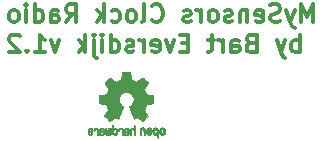
<source format=gbo>
G04 #@! TF.FileFunction,Legend,Bot*
%FSLAX46Y46*%
G04 Gerber Fmt 4.6, Leading zero omitted, Abs format (unit mm)*
G04 Created by KiCad (PCBNEW 4.0.5) date 04/05/17 22:59:05*
%MOMM*%
%LPD*%
G01*
G04 APERTURE LIST*
%ADD10C,0.100000*%
%ADD11C,0.300000*%
%ADD12C,0.010000*%
G04 APERTURE END LIST*
D10*
D11*
X57792057Y-77178371D02*
X57792057Y-75678371D01*
X57292057Y-76749800D01*
X56792057Y-75678371D01*
X56792057Y-77178371D01*
X56220628Y-76178371D02*
X55863485Y-77178371D01*
X55506343Y-76178371D02*
X55863485Y-77178371D01*
X56006343Y-77535514D01*
X56077771Y-77606943D01*
X56220628Y-77678371D01*
X55006343Y-77106943D02*
X54792057Y-77178371D01*
X54434914Y-77178371D01*
X54292057Y-77106943D01*
X54220628Y-77035514D01*
X54149200Y-76892657D01*
X54149200Y-76749800D01*
X54220628Y-76606943D01*
X54292057Y-76535514D01*
X54434914Y-76464086D01*
X54720628Y-76392657D01*
X54863486Y-76321229D01*
X54934914Y-76249800D01*
X55006343Y-76106943D01*
X55006343Y-75964086D01*
X54934914Y-75821229D01*
X54863486Y-75749800D01*
X54720628Y-75678371D01*
X54363486Y-75678371D01*
X54149200Y-75749800D01*
X52934915Y-77106943D02*
X53077772Y-77178371D01*
X53363486Y-77178371D01*
X53506343Y-77106943D01*
X53577772Y-76964086D01*
X53577772Y-76392657D01*
X53506343Y-76249800D01*
X53363486Y-76178371D01*
X53077772Y-76178371D01*
X52934915Y-76249800D01*
X52863486Y-76392657D01*
X52863486Y-76535514D01*
X53577772Y-76678371D01*
X52220629Y-76178371D02*
X52220629Y-77178371D01*
X52220629Y-76321229D02*
X52149201Y-76249800D01*
X52006343Y-76178371D01*
X51792058Y-76178371D01*
X51649201Y-76249800D01*
X51577772Y-76392657D01*
X51577772Y-77178371D01*
X50934915Y-77106943D02*
X50792058Y-77178371D01*
X50506343Y-77178371D01*
X50363486Y-77106943D01*
X50292058Y-76964086D01*
X50292058Y-76892657D01*
X50363486Y-76749800D01*
X50506343Y-76678371D01*
X50720629Y-76678371D01*
X50863486Y-76606943D01*
X50934915Y-76464086D01*
X50934915Y-76392657D01*
X50863486Y-76249800D01*
X50720629Y-76178371D01*
X50506343Y-76178371D01*
X50363486Y-76249800D01*
X49434914Y-77178371D02*
X49577772Y-77106943D01*
X49649200Y-77035514D01*
X49720629Y-76892657D01*
X49720629Y-76464086D01*
X49649200Y-76321229D01*
X49577772Y-76249800D01*
X49434914Y-76178371D01*
X49220629Y-76178371D01*
X49077772Y-76249800D01*
X49006343Y-76321229D01*
X48934914Y-76464086D01*
X48934914Y-76892657D01*
X49006343Y-77035514D01*
X49077772Y-77106943D01*
X49220629Y-77178371D01*
X49434914Y-77178371D01*
X48292057Y-77178371D02*
X48292057Y-76178371D01*
X48292057Y-76464086D02*
X48220629Y-76321229D01*
X48149200Y-76249800D01*
X48006343Y-76178371D01*
X47863486Y-76178371D01*
X47434915Y-77106943D02*
X47292058Y-77178371D01*
X47006343Y-77178371D01*
X46863486Y-77106943D01*
X46792058Y-76964086D01*
X46792058Y-76892657D01*
X46863486Y-76749800D01*
X47006343Y-76678371D01*
X47220629Y-76678371D01*
X47363486Y-76606943D01*
X47434915Y-76464086D01*
X47434915Y-76392657D01*
X47363486Y-76249800D01*
X47220629Y-76178371D01*
X47006343Y-76178371D01*
X46863486Y-76249800D01*
X44149200Y-77035514D02*
X44220629Y-77106943D01*
X44434915Y-77178371D01*
X44577772Y-77178371D01*
X44792057Y-77106943D01*
X44934915Y-76964086D01*
X45006343Y-76821229D01*
X45077772Y-76535514D01*
X45077772Y-76321229D01*
X45006343Y-76035514D01*
X44934915Y-75892657D01*
X44792057Y-75749800D01*
X44577772Y-75678371D01*
X44434915Y-75678371D01*
X44220629Y-75749800D01*
X44149200Y-75821229D01*
X43292057Y-77178371D02*
X43434915Y-77106943D01*
X43506343Y-76964086D01*
X43506343Y-75678371D01*
X42506343Y-77178371D02*
X42649201Y-77106943D01*
X42720629Y-77035514D01*
X42792058Y-76892657D01*
X42792058Y-76464086D01*
X42720629Y-76321229D01*
X42649201Y-76249800D01*
X42506343Y-76178371D01*
X42292058Y-76178371D01*
X42149201Y-76249800D01*
X42077772Y-76321229D01*
X42006343Y-76464086D01*
X42006343Y-76892657D01*
X42077772Y-77035514D01*
X42149201Y-77106943D01*
X42292058Y-77178371D01*
X42506343Y-77178371D01*
X40720629Y-77106943D02*
X40863486Y-77178371D01*
X41149200Y-77178371D01*
X41292058Y-77106943D01*
X41363486Y-77035514D01*
X41434915Y-76892657D01*
X41434915Y-76464086D01*
X41363486Y-76321229D01*
X41292058Y-76249800D01*
X41149200Y-76178371D01*
X40863486Y-76178371D01*
X40720629Y-76249800D01*
X40077772Y-77178371D02*
X40077772Y-75678371D01*
X39934915Y-76606943D02*
X39506344Y-77178371D01*
X39506344Y-76178371D02*
X40077772Y-76749800D01*
X36863486Y-77178371D02*
X37363486Y-76464086D01*
X37720629Y-77178371D02*
X37720629Y-75678371D01*
X37149201Y-75678371D01*
X37006343Y-75749800D01*
X36934915Y-75821229D01*
X36863486Y-75964086D01*
X36863486Y-76178371D01*
X36934915Y-76321229D01*
X37006343Y-76392657D01*
X37149201Y-76464086D01*
X37720629Y-76464086D01*
X35577772Y-77178371D02*
X35577772Y-76392657D01*
X35649201Y-76249800D01*
X35792058Y-76178371D01*
X36077772Y-76178371D01*
X36220629Y-76249800D01*
X35577772Y-77106943D02*
X35720629Y-77178371D01*
X36077772Y-77178371D01*
X36220629Y-77106943D01*
X36292058Y-76964086D01*
X36292058Y-76821229D01*
X36220629Y-76678371D01*
X36077772Y-76606943D01*
X35720629Y-76606943D01*
X35577772Y-76535514D01*
X34220629Y-77178371D02*
X34220629Y-75678371D01*
X34220629Y-77106943D02*
X34363486Y-77178371D01*
X34649200Y-77178371D01*
X34792058Y-77106943D01*
X34863486Y-77035514D01*
X34934915Y-76892657D01*
X34934915Y-76464086D01*
X34863486Y-76321229D01*
X34792058Y-76249800D01*
X34649200Y-76178371D01*
X34363486Y-76178371D01*
X34220629Y-76249800D01*
X33506343Y-77178371D02*
X33506343Y-76178371D01*
X33506343Y-75678371D02*
X33577772Y-75749800D01*
X33506343Y-75821229D01*
X33434915Y-75749800D01*
X33506343Y-75678371D01*
X33506343Y-75821229D01*
X32577771Y-77178371D02*
X32720629Y-77106943D01*
X32792057Y-77035514D01*
X32863486Y-76892657D01*
X32863486Y-76464086D01*
X32792057Y-76321229D01*
X32720629Y-76249800D01*
X32577771Y-76178371D01*
X32363486Y-76178371D01*
X32220629Y-76249800D01*
X32149200Y-76321229D01*
X32077771Y-76464086D01*
X32077771Y-76892657D01*
X32149200Y-77035514D01*
X32220629Y-77106943D01*
X32363486Y-77178371D01*
X32577771Y-77178371D01*
X56649199Y-79728371D02*
X56649199Y-78228371D01*
X56649199Y-78799800D02*
X56506342Y-78728371D01*
X56220628Y-78728371D01*
X56077771Y-78799800D01*
X56006342Y-78871229D01*
X55934913Y-79014086D01*
X55934913Y-79442657D01*
X56006342Y-79585514D01*
X56077771Y-79656943D01*
X56220628Y-79728371D01*
X56506342Y-79728371D01*
X56649199Y-79656943D01*
X55434913Y-78728371D02*
X55077770Y-79728371D01*
X54720628Y-78728371D02*
X55077770Y-79728371D01*
X55220628Y-80085514D01*
X55292056Y-80156943D01*
X55434913Y-80228371D01*
X52506342Y-78942657D02*
X52292056Y-79014086D01*
X52220628Y-79085514D01*
X52149199Y-79228371D01*
X52149199Y-79442657D01*
X52220628Y-79585514D01*
X52292056Y-79656943D01*
X52434914Y-79728371D01*
X53006342Y-79728371D01*
X53006342Y-78228371D01*
X52506342Y-78228371D01*
X52363485Y-78299800D01*
X52292056Y-78371229D01*
X52220628Y-78514086D01*
X52220628Y-78656943D01*
X52292056Y-78799800D01*
X52363485Y-78871229D01*
X52506342Y-78942657D01*
X53006342Y-78942657D01*
X50863485Y-79728371D02*
X50863485Y-78942657D01*
X50934914Y-78799800D01*
X51077771Y-78728371D01*
X51363485Y-78728371D01*
X51506342Y-78799800D01*
X50863485Y-79656943D02*
X51006342Y-79728371D01*
X51363485Y-79728371D01*
X51506342Y-79656943D01*
X51577771Y-79514086D01*
X51577771Y-79371229D01*
X51506342Y-79228371D01*
X51363485Y-79156943D01*
X51006342Y-79156943D01*
X50863485Y-79085514D01*
X50149199Y-79728371D02*
X50149199Y-78728371D01*
X50149199Y-79014086D02*
X50077771Y-78871229D01*
X50006342Y-78799800D01*
X49863485Y-78728371D01*
X49720628Y-78728371D01*
X49434914Y-78728371D02*
X48863485Y-78728371D01*
X49220628Y-78228371D02*
X49220628Y-79514086D01*
X49149200Y-79656943D01*
X49006342Y-79728371D01*
X48863485Y-79728371D01*
X47220628Y-78942657D02*
X46720628Y-78942657D01*
X46506342Y-79728371D02*
X47220628Y-79728371D01*
X47220628Y-78228371D01*
X46506342Y-78228371D01*
X46006342Y-78728371D02*
X45649199Y-79728371D01*
X45292057Y-78728371D01*
X44149200Y-79656943D02*
X44292057Y-79728371D01*
X44577771Y-79728371D01*
X44720628Y-79656943D01*
X44792057Y-79514086D01*
X44792057Y-78942657D01*
X44720628Y-78799800D01*
X44577771Y-78728371D01*
X44292057Y-78728371D01*
X44149200Y-78799800D01*
X44077771Y-78942657D01*
X44077771Y-79085514D01*
X44792057Y-79228371D01*
X43434914Y-79728371D02*
X43434914Y-78728371D01*
X43434914Y-79014086D02*
X43363486Y-78871229D01*
X43292057Y-78799800D01*
X43149200Y-78728371D01*
X43006343Y-78728371D01*
X42577772Y-79656943D02*
X42434915Y-79728371D01*
X42149200Y-79728371D01*
X42006343Y-79656943D01*
X41934915Y-79514086D01*
X41934915Y-79442657D01*
X42006343Y-79299800D01*
X42149200Y-79228371D01*
X42363486Y-79228371D01*
X42506343Y-79156943D01*
X42577772Y-79014086D01*
X42577772Y-78942657D01*
X42506343Y-78799800D01*
X42363486Y-78728371D01*
X42149200Y-78728371D01*
X42006343Y-78799800D01*
X40649200Y-79728371D02*
X40649200Y-78228371D01*
X40649200Y-79656943D02*
X40792057Y-79728371D01*
X41077771Y-79728371D01*
X41220629Y-79656943D01*
X41292057Y-79585514D01*
X41363486Y-79442657D01*
X41363486Y-79014086D01*
X41292057Y-78871229D01*
X41220629Y-78799800D01*
X41077771Y-78728371D01*
X40792057Y-78728371D01*
X40649200Y-78799800D01*
X39934914Y-79728371D02*
X39934914Y-78728371D01*
X39934914Y-78228371D02*
X40006343Y-78299800D01*
X39934914Y-78371229D01*
X39863486Y-78299800D01*
X39934914Y-78228371D01*
X39934914Y-78371229D01*
X39220628Y-78728371D02*
X39220628Y-80014086D01*
X39292057Y-80156943D01*
X39434914Y-80228371D01*
X39506342Y-80228371D01*
X39220628Y-78228371D02*
X39292057Y-78299800D01*
X39220628Y-78371229D01*
X39149200Y-78299800D01*
X39220628Y-78228371D01*
X39220628Y-78371229D01*
X38506342Y-79728371D02*
X38506342Y-78228371D01*
X38363485Y-79156943D02*
X37934914Y-79728371D01*
X37934914Y-78728371D02*
X38506342Y-79299800D01*
X36292056Y-78728371D02*
X35934913Y-79728371D01*
X35577771Y-78728371D01*
X34220628Y-79728371D02*
X35077771Y-79728371D01*
X34649199Y-79728371D02*
X34649199Y-78228371D01*
X34792056Y-78442657D01*
X34934914Y-78585514D01*
X35077771Y-78656943D01*
X33577771Y-79585514D02*
X33506343Y-79656943D01*
X33577771Y-79728371D01*
X33649200Y-79656943D01*
X33577771Y-79585514D01*
X33577771Y-79728371D01*
X32934914Y-78371229D02*
X32863485Y-78299800D01*
X32720628Y-78228371D01*
X32363485Y-78228371D01*
X32220628Y-78299800D01*
X32149199Y-78371229D01*
X32077771Y-78514086D01*
X32077771Y-78656943D01*
X32149199Y-78871229D01*
X33006342Y-79728371D01*
X32077771Y-79728371D01*
D12*
G36*
X44361056Y-86095518D02*
X44305599Y-86123168D01*
X44256652Y-86174080D01*
X44243171Y-86192938D01*
X44228486Y-86217615D01*
X44218958Y-86244416D01*
X44213507Y-86280187D01*
X44211053Y-86331769D01*
X44210514Y-86399867D01*
X44212948Y-86493188D01*
X44221406Y-86563257D01*
X44237626Y-86615531D01*
X44263346Y-86655469D01*
X44300303Y-86688529D01*
X44303018Y-86690486D01*
X44339440Y-86710508D01*
X44383298Y-86720415D01*
X44439076Y-86722857D01*
X44529752Y-86722857D01*
X44529790Y-86810883D01*
X44530634Y-86859908D01*
X44535776Y-86888665D01*
X44549213Y-86905911D01*
X44574942Y-86920408D01*
X44581121Y-86923369D01*
X44610036Y-86937248D01*
X44632424Y-86946014D01*
X44649071Y-86946771D01*
X44660764Y-86936623D01*
X44668290Y-86912673D01*
X44672434Y-86872026D01*
X44673985Y-86811786D01*
X44673729Y-86729055D01*
X44672451Y-86620939D01*
X44672052Y-86588600D01*
X44670615Y-86477124D01*
X44669328Y-86404203D01*
X44529829Y-86404203D01*
X44529045Y-86466099D01*
X44525560Y-86506597D01*
X44517676Y-86533308D01*
X44503695Y-86553844D01*
X44494203Y-86563860D01*
X44455396Y-86593167D01*
X44421037Y-86595552D01*
X44385584Y-86571350D01*
X44384686Y-86570457D01*
X44370261Y-86551753D01*
X44361487Y-86526332D01*
X44357061Y-86487184D01*
X44355682Y-86427297D01*
X44355657Y-86414030D01*
X44358988Y-86331501D01*
X44369831Y-86274291D01*
X44389460Y-86239366D01*
X44419150Y-86223694D01*
X44436309Y-86222114D01*
X44477034Y-86229526D01*
X44504968Y-86253930D01*
X44521783Y-86298580D01*
X44529150Y-86366730D01*
X44529829Y-86404203D01*
X44669328Y-86404203D01*
X44669092Y-86390845D01*
X44667123Y-86325933D01*
X44664350Y-86278558D01*
X44660412Y-86244890D01*
X44654951Y-86221098D01*
X44647608Y-86203353D01*
X44638023Y-86187824D01*
X44633913Y-86181981D01*
X44579395Y-86126785D01*
X44510464Y-86095490D01*
X44430728Y-86086765D01*
X44361056Y-86095518D01*
X44361056Y-86095518D01*
G37*
X44361056Y-86095518D02*
X44305599Y-86123168D01*
X44256652Y-86174080D01*
X44243171Y-86192938D01*
X44228486Y-86217615D01*
X44218958Y-86244416D01*
X44213507Y-86280187D01*
X44211053Y-86331769D01*
X44210514Y-86399867D01*
X44212948Y-86493188D01*
X44221406Y-86563257D01*
X44237626Y-86615531D01*
X44263346Y-86655469D01*
X44300303Y-86688529D01*
X44303018Y-86690486D01*
X44339440Y-86710508D01*
X44383298Y-86720415D01*
X44439076Y-86722857D01*
X44529752Y-86722857D01*
X44529790Y-86810883D01*
X44530634Y-86859908D01*
X44535776Y-86888665D01*
X44549213Y-86905911D01*
X44574942Y-86920408D01*
X44581121Y-86923369D01*
X44610036Y-86937248D01*
X44632424Y-86946014D01*
X44649071Y-86946771D01*
X44660764Y-86936623D01*
X44668290Y-86912673D01*
X44672434Y-86872026D01*
X44673985Y-86811786D01*
X44673729Y-86729055D01*
X44672451Y-86620939D01*
X44672052Y-86588600D01*
X44670615Y-86477124D01*
X44669328Y-86404203D01*
X44529829Y-86404203D01*
X44529045Y-86466099D01*
X44525560Y-86506597D01*
X44517676Y-86533308D01*
X44503695Y-86553844D01*
X44494203Y-86563860D01*
X44455396Y-86593167D01*
X44421037Y-86595552D01*
X44385584Y-86571350D01*
X44384686Y-86570457D01*
X44370261Y-86551753D01*
X44361487Y-86526332D01*
X44357061Y-86487184D01*
X44355682Y-86427297D01*
X44355657Y-86414030D01*
X44358988Y-86331501D01*
X44369831Y-86274291D01*
X44389460Y-86239366D01*
X44419150Y-86223694D01*
X44436309Y-86222114D01*
X44477034Y-86229526D01*
X44504968Y-86253930D01*
X44521783Y-86298580D01*
X44529150Y-86366730D01*
X44529829Y-86404203D01*
X44669328Y-86404203D01*
X44669092Y-86390845D01*
X44667123Y-86325933D01*
X44664350Y-86278558D01*
X44660412Y-86244890D01*
X44654951Y-86221098D01*
X44647608Y-86203353D01*
X44638023Y-86187824D01*
X44633913Y-86181981D01*
X44579395Y-86126785D01*
X44510464Y-86095490D01*
X44430728Y-86086765D01*
X44361056Y-86095518D01*
G36*
X43244707Y-86103380D02*
X43198128Y-86130323D01*
X43165743Y-86157066D01*
X43142058Y-86185084D01*
X43125741Y-86219348D01*
X43115461Y-86264827D01*
X43109886Y-86326492D01*
X43107684Y-86409311D01*
X43107429Y-86468846D01*
X43107429Y-86687991D01*
X43169114Y-86715644D01*
X43230800Y-86743297D01*
X43238057Y-86503270D01*
X43241056Y-86413628D01*
X43244202Y-86348562D01*
X43248099Y-86303626D01*
X43253353Y-86274370D01*
X43260569Y-86256348D01*
X43270350Y-86245111D01*
X43273488Y-86242679D01*
X43321039Y-86223683D01*
X43369103Y-86231200D01*
X43397714Y-86251143D01*
X43409353Y-86265275D01*
X43417409Y-86283820D01*
X43422529Y-86311934D01*
X43425359Y-86354773D01*
X43426544Y-86417495D01*
X43426743Y-86482861D01*
X43426782Y-86564868D01*
X43428186Y-86622916D01*
X43432886Y-86662065D01*
X43442813Y-86687380D01*
X43459897Y-86703923D01*
X43486068Y-86716756D01*
X43521025Y-86730091D01*
X43559204Y-86744607D01*
X43554659Y-86486989D01*
X43552829Y-86394119D01*
X43550688Y-86325489D01*
X43547619Y-86276311D01*
X43543006Y-86241798D01*
X43536232Y-86217162D01*
X43526681Y-86197616D01*
X43515166Y-86180370D01*
X43459610Y-86125280D01*
X43391820Y-86093422D01*
X43318087Y-86085791D01*
X43244707Y-86103380D01*
X43244707Y-86103380D01*
G37*
X43244707Y-86103380D02*
X43198128Y-86130323D01*
X43165743Y-86157066D01*
X43142058Y-86185084D01*
X43125741Y-86219348D01*
X43115461Y-86264827D01*
X43109886Y-86326492D01*
X43107684Y-86409311D01*
X43107429Y-86468846D01*
X43107429Y-86687991D01*
X43169114Y-86715644D01*
X43230800Y-86743297D01*
X43238057Y-86503270D01*
X43241056Y-86413628D01*
X43244202Y-86348562D01*
X43248099Y-86303626D01*
X43253353Y-86274370D01*
X43260569Y-86256348D01*
X43270350Y-86245111D01*
X43273488Y-86242679D01*
X43321039Y-86223683D01*
X43369103Y-86231200D01*
X43397714Y-86251143D01*
X43409353Y-86265275D01*
X43417409Y-86283820D01*
X43422529Y-86311934D01*
X43425359Y-86354773D01*
X43426544Y-86417495D01*
X43426743Y-86482861D01*
X43426782Y-86564868D01*
X43428186Y-86622916D01*
X43432886Y-86662065D01*
X43442813Y-86687380D01*
X43459897Y-86703923D01*
X43486068Y-86716756D01*
X43521025Y-86730091D01*
X43559204Y-86744607D01*
X43554659Y-86486989D01*
X43552829Y-86394119D01*
X43550688Y-86325489D01*
X43547619Y-86276311D01*
X43543006Y-86241798D01*
X43536232Y-86217162D01*
X43526681Y-86197616D01*
X43515166Y-86180370D01*
X43459610Y-86125280D01*
X43391820Y-86093422D01*
X43318087Y-86085791D01*
X43244707Y-86103380D01*
G36*
X44919685Y-86097562D02*
X44851655Y-86133333D01*
X44801449Y-86190901D01*
X44783615Y-86227912D01*
X44769737Y-86283482D01*
X44762633Y-86353696D01*
X44761960Y-86430327D01*
X44767373Y-86505152D01*
X44778530Y-86569942D01*
X44795086Y-86616473D01*
X44800174Y-86624487D01*
X44860445Y-86684307D01*
X44932031Y-86720135D01*
X45009708Y-86730620D01*
X45088252Y-86714410D01*
X45110111Y-86704692D01*
X45152678Y-86674743D01*
X45190037Y-86635033D01*
X45193568Y-86629997D01*
X45207919Y-86605724D01*
X45217406Y-86579778D01*
X45223010Y-86545622D01*
X45225714Y-86496719D01*
X45226501Y-86426535D01*
X45226514Y-86410800D01*
X45226478Y-86405792D01*
X45081371Y-86405792D01*
X45080527Y-86472030D01*
X45077204Y-86515986D01*
X45070217Y-86544379D01*
X45058384Y-86563925D01*
X45052343Y-86570457D01*
X45017614Y-86595280D01*
X44983897Y-86594148D01*
X44949805Y-86572616D01*
X44929471Y-86549629D01*
X44917429Y-86516078D01*
X44910666Y-86463169D01*
X44910202Y-86456999D01*
X44909048Y-86361113D01*
X44921112Y-86289899D01*
X44946230Y-86243794D01*
X44984240Y-86223235D01*
X44997808Y-86222114D01*
X45033436Y-86227752D01*
X45057806Y-86247286D01*
X45072707Y-86284642D01*
X45079925Y-86343750D01*
X45081371Y-86405792D01*
X45226478Y-86405792D01*
X45225974Y-86336013D01*
X45223704Y-86283759D01*
X45218732Y-86247549D01*
X45210087Y-86220899D01*
X45196795Y-86197322D01*
X45193857Y-86192938D01*
X45144487Y-86133849D01*
X45090691Y-86099547D01*
X45025198Y-86085931D01*
X45002958Y-86085265D01*
X44919685Y-86097562D01*
X44919685Y-86097562D01*
G37*
X44919685Y-86097562D02*
X44851655Y-86133333D01*
X44801449Y-86190901D01*
X44783615Y-86227912D01*
X44769737Y-86283482D01*
X44762633Y-86353696D01*
X44761960Y-86430327D01*
X44767373Y-86505152D01*
X44778530Y-86569942D01*
X44795086Y-86616473D01*
X44800174Y-86624487D01*
X44860445Y-86684307D01*
X44932031Y-86720135D01*
X45009708Y-86730620D01*
X45088252Y-86714410D01*
X45110111Y-86704692D01*
X45152678Y-86674743D01*
X45190037Y-86635033D01*
X45193568Y-86629997D01*
X45207919Y-86605724D01*
X45217406Y-86579778D01*
X45223010Y-86545622D01*
X45225714Y-86496719D01*
X45226501Y-86426535D01*
X45226514Y-86410800D01*
X45226478Y-86405792D01*
X45081371Y-86405792D01*
X45080527Y-86472030D01*
X45077204Y-86515986D01*
X45070217Y-86544379D01*
X45058384Y-86563925D01*
X45052343Y-86570457D01*
X45017614Y-86595280D01*
X44983897Y-86594148D01*
X44949805Y-86572616D01*
X44929471Y-86549629D01*
X44917429Y-86516078D01*
X44910666Y-86463169D01*
X44910202Y-86456999D01*
X44909048Y-86361113D01*
X44921112Y-86289899D01*
X44946230Y-86243794D01*
X44984240Y-86223235D01*
X44997808Y-86222114D01*
X45033436Y-86227752D01*
X45057806Y-86247286D01*
X45072707Y-86284642D01*
X45079925Y-86343750D01*
X45081371Y-86405792D01*
X45226478Y-86405792D01*
X45225974Y-86336013D01*
X45223704Y-86283759D01*
X45218732Y-86247549D01*
X45210087Y-86220899D01*
X45196795Y-86197322D01*
X45193857Y-86192938D01*
X45144487Y-86133849D01*
X45090691Y-86099547D01*
X45025198Y-86085931D01*
X45002958Y-86085265D01*
X44919685Y-86097562D01*
G36*
X43792497Y-86106839D02*
X43735273Y-86145335D01*
X43691051Y-86200935D01*
X43664633Y-86271686D01*
X43659290Y-86323762D01*
X43659897Y-86345493D01*
X43664978Y-86362131D01*
X43678945Y-86377037D01*
X43706211Y-86393573D01*
X43751188Y-86415098D01*
X43818289Y-86444974D01*
X43818629Y-86445124D01*
X43880393Y-86473413D01*
X43931041Y-86498533D01*
X43965396Y-86517779D01*
X43978282Y-86528448D01*
X43978286Y-86528534D01*
X43966928Y-86551766D01*
X43940369Y-86577374D01*
X43909877Y-86595821D01*
X43894430Y-86599486D01*
X43852285Y-86586812D01*
X43815992Y-86555071D01*
X43798283Y-86520172D01*
X43781248Y-86494445D01*
X43747878Y-86465146D01*
X43708651Y-86439835D01*
X43674044Y-86426071D01*
X43666807Y-86425314D01*
X43658661Y-86437760D01*
X43658170Y-86469572D01*
X43664157Y-86512466D01*
X43675443Y-86558158D01*
X43690850Y-86598361D01*
X43691629Y-86599922D01*
X43737996Y-86664662D01*
X43798089Y-86708697D01*
X43866335Y-86730311D01*
X43937162Y-86727785D01*
X44004996Y-86699404D01*
X44008012Y-86697408D01*
X44061373Y-86649048D01*
X44096460Y-86585952D01*
X44115878Y-86502987D01*
X44118484Y-86479678D01*
X44123099Y-86369655D01*
X44117567Y-86318348D01*
X43978286Y-86318348D01*
X43976476Y-86350353D01*
X43966578Y-86359693D01*
X43941902Y-86352705D01*
X43903005Y-86336187D01*
X43859525Y-86315481D01*
X43858444Y-86314933D01*
X43821591Y-86295549D01*
X43806800Y-86282613D01*
X43810447Y-86269051D01*
X43825805Y-86251232D01*
X43864877Y-86225445D01*
X43906954Y-86223550D01*
X43944697Y-86242317D01*
X43970766Y-86278515D01*
X43978286Y-86318348D01*
X44117567Y-86318348D01*
X44113606Y-86281627D01*
X44089250Y-86211812D01*
X44055344Y-86162902D01*
X43994147Y-86113478D01*
X43926737Y-86088959D01*
X43857920Y-86087397D01*
X43792497Y-86106839D01*
X43792497Y-86106839D01*
G37*
X43792497Y-86106839D02*
X43735273Y-86145335D01*
X43691051Y-86200935D01*
X43664633Y-86271686D01*
X43659290Y-86323762D01*
X43659897Y-86345493D01*
X43664978Y-86362131D01*
X43678945Y-86377037D01*
X43706211Y-86393573D01*
X43751188Y-86415098D01*
X43818289Y-86444974D01*
X43818629Y-86445124D01*
X43880393Y-86473413D01*
X43931041Y-86498533D01*
X43965396Y-86517779D01*
X43978282Y-86528448D01*
X43978286Y-86528534D01*
X43966928Y-86551766D01*
X43940369Y-86577374D01*
X43909877Y-86595821D01*
X43894430Y-86599486D01*
X43852285Y-86586812D01*
X43815992Y-86555071D01*
X43798283Y-86520172D01*
X43781248Y-86494445D01*
X43747878Y-86465146D01*
X43708651Y-86439835D01*
X43674044Y-86426071D01*
X43666807Y-86425314D01*
X43658661Y-86437760D01*
X43658170Y-86469572D01*
X43664157Y-86512466D01*
X43675443Y-86558158D01*
X43690850Y-86598361D01*
X43691629Y-86599922D01*
X43737996Y-86664662D01*
X43798089Y-86708697D01*
X43866335Y-86730311D01*
X43937162Y-86727785D01*
X44004996Y-86699404D01*
X44008012Y-86697408D01*
X44061373Y-86649048D01*
X44096460Y-86585952D01*
X44115878Y-86502987D01*
X44118484Y-86479678D01*
X44123099Y-86369655D01*
X44117567Y-86318348D01*
X43978286Y-86318348D01*
X43976476Y-86350353D01*
X43966578Y-86359693D01*
X43941902Y-86352705D01*
X43903005Y-86336187D01*
X43859525Y-86315481D01*
X43858444Y-86314933D01*
X43821591Y-86295549D01*
X43806800Y-86282613D01*
X43810447Y-86269051D01*
X43825805Y-86251232D01*
X43864877Y-86225445D01*
X43906954Y-86223550D01*
X43944697Y-86242317D01*
X43970766Y-86278515D01*
X43978286Y-86318348D01*
X44117567Y-86318348D01*
X44113606Y-86281627D01*
X44089250Y-86211812D01*
X44055344Y-86162902D01*
X43994147Y-86113478D01*
X43926737Y-86088959D01*
X43857920Y-86087397D01*
X43792497Y-86106839D01*
G36*
X42584914Y-86026889D02*
X42580661Y-86086213D01*
X42575775Y-86121172D01*
X42569005Y-86136420D01*
X42559098Y-86136615D01*
X42555886Y-86134795D01*
X42513156Y-86121615D01*
X42457573Y-86122385D01*
X42401063Y-86135933D01*
X42365718Y-86153461D01*
X42329479Y-86181461D01*
X42302987Y-86213149D01*
X42284801Y-86253413D01*
X42273478Y-86307143D01*
X42267578Y-86379226D01*
X42265657Y-86474551D01*
X42265623Y-86492837D01*
X42265600Y-86698246D01*
X42311309Y-86714180D01*
X42343773Y-86725020D01*
X42361585Y-86730068D01*
X42362109Y-86730114D01*
X42363863Y-86716428D01*
X42365356Y-86678676D01*
X42366474Y-86621824D01*
X42367103Y-86550834D01*
X42367200Y-86507673D01*
X42367402Y-86422573D01*
X42368442Y-86361581D01*
X42370969Y-86319777D01*
X42375636Y-86292242D01*
X42383093Y-86274056D01*
X42393989Y-86260298D01*
X42400793Y-86253673D01*
X42447528Y-86226975D01*
X42498528Y-86224975D01*
X42544799Y-86247555D01*
X42553356Y-86255707D01*
X42565907Y-86271036D01*
X42574612Y-86289218D01*
X42580169Y-86315509D01*
X42583274Y-86355162D01*
X42584624Y-86413432D01*
X42584914Y-86493773D01*
X42584914Y-86698246D01*
X42630623Y-86714180D01*
X42663087Y-86725020D01*
X42680899Y-86730068D01*
X42681423Y-86730114D01*
X42682763Y-86716223D01*
X42683972Y-86677039D01*
X42684999Y-86616300D01*
X42685798Y-86537741D01*
X42686319Y-86445098D01*
X42686514Y-86342109D01*
X42686514Y-85944942D01*
X42639343Y-85925044D01*
X42592171Y-85905147D01*
X42584914Y-86026889D01*
X42584914Y-86026889D01*
G37*
X42584914Y-86026889D02*
X42580661Y-86086213D01*
X42575775Y-86121172D01*
X42569005Y-86136420D01*
X42559098Y-86136615D01*
X42555886Y-86134795D01*
X42513156Y-86121615D01*
X42457573Y-86122385D01*
X42401063Y-86135933D01*
X42365718Y-86153461D01*
X42329479Y-86181461D01*
X42302987Y-86213149D01*
X42284801Y-86253413D01*
X42273478Y-86307143D01*
X42267578Y-86379226D01*
X42265657Y-86474551D01*
X42265623Y-86492837D01*
X42265600Y-86698246D01*
X42311309Y-86714180D01*
X42343773Y-86725020D01*
X42361585Y-86730068D01*
X42362109Y-86730114D01*
X42363863Y-86716428D01*
X42365356Y-86678676D01*
X42366474Y-86621824D01*
X42367103Y-86550834D01*
X42367200Y-86507673D01*
X42367402Y-86422573D01*
X42368442Y-86361581D01*
X42370969Y-86319777D01*
X42375636Y-86292242D01*
X42383093Y-86274056D01*
X42393989Y-86260298D01*
X42400793Y-86253673D01*
X42447528Y-86226975D01*
X42498528Y-86224975D01*
X42544799Y-86247555D01*
X42553356Y-86255707D01*
X42565907Y-86271036D01*
X42574612Y-86289218D01*
X42580169Y-86315509D01*
X42583274Y-86355162D01*
X42584624Y-86413432D01*
X42584914Y-86493773D01*
X42584914Y-86698246D01*
X42630623Y-86714180D01*
X42663087Y-86725020D01*
X42680899Y-86730068D01*
X42681423Y-86730114D01*
X42682763Y-86716223D01*
X42683972Y-86677039D01*
X42684999Y-86616300D01*
X42685798Y-86537741D01*
X42686319Y-86445098D01*
X42686514Y-86342109D01*
X42686514Y-85944942D01*
X42639343Y-85925044D01*
X42592171Y-85905147D01*
X42584914Y-86026889D01*
G36*
X41921056Y-86126568D02*
X41864184Y-86147687D01*
X41863533Y-86148093D01*
X41828360Y-86173980D01*
X41802393Y-86204233D01*
X41784130Y-86243658D01*
X41772068Y-86297062D01*
X41764704Y-86369251D01*
X41760536Y-86465032D01*
X41760171Y-86478678D01*
X41754924Y-86684442D01*
X41799084Y-86707278D01*
X41831037Y-86722710D01*
X41850330Y-86730023D01*
X41851222Y-86730114D01*
X41854561Y-86716622D01*
X41857213Y-86680226D01*
X41858844Y-86627052D01*
X41859200Y-86583993D01*
X41859208Y-86514241D01*
X41862397Y-86470437D01*
X41873512Y-86449544D01*
X41897299Y-86448525D01*
X41938504Y-86464341D01*
X42000714Y-86493415D01*
X42046459Y-86517563D01*
X42069987Y-86538513D01*
X42076904Y-86561347D01*
X42076914Y-86562477D01*
X42065501Y-86601812D01*
X42031708Y-86623062D01*
X41979991Y-86626139D01*
X41942739Y-86625606D01*
X41923097Y-86636335D01*
X41910848Y-86662105D01*
X41903798Y-86694937D01*
X41913958Y-86713566D01*
X41917783Y-86716232D01*
X41953799Y-86726940D01*
X42004234Y-86728456D01*
X42056174Y-86721359D01*
X42092978Y-86708388D01*
X42143862Y-86665185D01*
X42172786Y-86605046D01*
X42178514Y-86558062D01*
X42174143Y-86515682D01*
X42158325Y-86481088D01*
X42127003Y-86450363D01*
X42076122Y-86419590D01*
X42001624Y-86384852D01*
X41997086Y-86382888D01*
X41929979Y-86351887D01*
X41888568Y-86326462D01*
X41870819Y-86303614D01*
X41874693Y-86280345D01*
X41898157Y-86253656D01*
X41905173Y-86247514D01*
X41952170Y-86223700D01*
X42000867Y-86224703D01*
X42043278Y-86248051D01*
X42071416Y-86291275D01*
X42074031Y-86299760D01*
X42099492Y-86340908D01*
X42131799Y-86360728D01*
X42178514Y-86380370D01*
X42178514Y-86329550D01*
X42164304Y-86255682D01*
X42122125Y-86187927D01*
X42100176Y-86165261D01*
X42050283Y-86136169D01*
X41986833Y-86123000D01*
X41921056Y-86126568D01*
X41921056Y-86126568D01*
G37*
X41921056Y-86126568D02*
X41864184Y-86147687D01*
X41863533Y-86148093D01*
X41828360Y-86173980D01*
X41802393Y-86204233D01*
X41784130Y-86243658D01*
X41772068Y-86297062D01*
X41764704Y-86369251D01*
X41760536Y-86465032D01*
X41760171Y-86478678D01*
X41754924Y-86684442D01*
X41799084Y-86707278D01*
X41831037Y-86722710D01*
X41850330Y-86730023D01*
X41851222Y-86730114D01*
X41854561Y-86716622D01*
X41857213Y-86680226D01*
X41858844Y-86627052D01*
X41859200Y-86583993D01*
X41859208Y-86514241D01*
X41862397Y-86470437D01*
X41873512Y-86449544D01*
X41897299Y-86448525D01*
X41938504Y-86464341D01*
X42000714Y-86493415D01*
X42046459Y-86517563D01*
X42069987Y-86538513D01*
X42076904Y-86561347D01*
X42076914Y-86562477D01*
X42065501Y-86601812D01*
X42031708Y-86623062D01*
X41979991Y-86626139D01*
X41942739Y-86625606D01*
X41923097Y-86636335D01*
X41910848Y-86662105D01*
X41903798Y-86694937D01*
X41913958Y-86713566D01*
X41917783Y-86716232D01*
X41953799Y-86726940D01*
X42004234Y-86728456D01*
X42056174Y-86721359D01*
X42092978Y-86708388D01*
X42143862Y-86665185D01*
X42172786Y-86605046D01*
X42178514Y-86558062D01*
X42174143Y-86515682D01*
X42158325Y-86481088D01*
X42127003Y-86450363D01*
X42076122Y-86419590D01*
X42001624Y-86384852D01*
X41997086Y-86382888D01*
X41929979Y-86351887D01*
X41888568Y-86326462D01*
X41870819Y-86303614D01*
X41874693Y-86280345D01*
X41898157Y-86253656D01*
X41905173Y-86247514D01*
X41952170Y-86223700D01*
X42000867Y-86224703D01*
X42043278Y-86248051D01*
X42071416Y-86291275D01*
X42074031Y-86299760D01*
X42099492Y-86340908D01*
X42131799Y-86360728D01*
X42178514Y-86380370D01*
X42178514Y-86329550D01*
X42164304Y-86255682D01*
X42122125Y-86187927D01*
X42100176Y-86165261D01*
X42050283Y-86136169D01*
X41986833Y-86123000D01*
X41921056Y-86126568D01*
G36*
X41430874Y-86125355D02*
X41364942Y-86149684D01*
X41311527Y-86192717D01*
X41290636Y-86223009D01*
X41267861Y-86278594D01*
X41268334Y-86318786D01*
X41292238Y-86345817D01*
X41301083Y-86350413D01*
X41339270Y-86364744D01*
X41358772Y-86361072D01*
X41365378Y-86337007D01*
X41365714Y-86323714D01*
X41377808Y-86274810D01*
X41409329Y-86240599D01*
X41453141Y-86224076D01*
X41502105Y-86228234D01*
X41541906Y-86249827D01*
X41555350Y-86262144D01*
X41564879Y-86277087D01*
X41571315Y-86299675D01*
X41575483Y-86334928D01*
X41578203Y-86387866D01*
X41580298Y-86463507D01*
X41580840Y-86487457D01*
X41582819Y-86569390D01*
X41585069Y-86627055D01*
X41588443Y-86665208D01*
X41593794Y-86688604D01*
X41601976Y-86701998D01*
X41613841Y-86710145D01*
X41621438Y-86713744D01*
X41653698Y-86726052D01*
X41672689Y-86730114D01*
X41678964Y-86716548D01*
X41682794Y-86675534D01*
X41684200Y-86606599D01*
X41683202Y-86509269D01*
X41682892Y-86494257D01*
X41680699Y-86405459D01*
X41678107Y-86340619D01*
X41674418Y-86294667D01*
X41668936Y-86262535D01*
X41660965Y-86239153D01*
X41649807Y-86219452D01*
X41643970Y-86211010D01*
X41610504Y-86173657D01*
X41573073Y-86144603D01*
X41568491Y-86142067D01*
X41501374Y-86122043D01*
X41430874Y-86125355D01*
X41430874Y-86125355D01*
G37*
X41430874Y-86125355D02*
X41364942Y-86149684D01*
X41311527Y-86192717D01*
X41290636Y-86223009D01*
X41267861Y-86278594D01*
X41268334Y-86318786D01*
X41292238Y-86345817D01*
X41301083Y-86350413D01*
X41339270Y-86364744D01*
X41358772Y-86361072D01*
X41365378Y-86337007D01*
X41365714Y-86323714D01*
X41377808Y-86274810D01*
X41409329Y-86240599D01*
X41453141Y-86224076D01*
X41502105Y-86228234D01*
X41541906Y-86249827D01*
X41555350Y-86262144D01*
X41564879Y-86277087D01*
X41571315Y-86299675D01*
X41575483Y-86334928D01*
X41578203Y-86387866D01*
X41580298Y-86463507D01*
X41580840Y-86487457D01*
X41582819Y-86569390D01*
X41585069Y-86627055D01*
X41588443Y-86665208D01*
X41593794Y-86688604D01*
X41601976Y-86701998D01*
X41613841Y-86710145D01*
X41621438Y-86713744D01*
X41653698Y-86726052D01*
X41672689Y-86730114D01*
X41678964Y-86716548D01*
X41682794Y-86675534D01*
X41684200Y-86606599D01*
X41683202Y-86509269D01*
X41682892Y-86494257D01*
X41680699Y-86405459D01*
X41678107Y-86340619D01*
X41674418Y-86294667D01*
X41668936Y-86262535D01*
X41660965Y-86239153D01*
X41649807Y-86219452D01*
X41643970Y-86211010D01*
X41610504Y-86173657D01*
X41573073Y-86144603D01*
X41568491Y-86142067D01*
X41501374Y-86122043D01*
X41430874Y-86125355D01*
G36*
X40770683Y-86240958D02*
X40770867Y-86349437D01*
X40771581Y-86432887D01*
X40773125Y-86495304D01*
X40775799Y-86540685D01*
X40779906Y-86573029D01*
X40785745Y-86596333D01*
X40793618Y-86614595D01*
X40799579Y-86625018D01*
X40848945Y-86681545D01*
X40911536Y-86716977D01*
X40980787Y-86729690D01*
X41050132Y-86718063D01*
X41091425Y-86697168D01*
X41134775Y-86661022D01*
X41164319Y-86616876D01*
X41182145Y-86559062D01*
X41190337Y-86481913D01*
X41191498Y-86425314D01*
X41191342Y-86421247D01*
X41089943Y-86421247D01*
X41089324Y-86486150D01*
X41086486Y-86529114D01*
X41079960Y-86557222D01*
X41068277Y-86577553D01*
X41054317Y-86592888D01*
X41007435Y-86622490D01*
X40957099Y-86625019D01*
X40909524Y-86600305D01*
X40905821Y-86596956D01*
X40890017Y-86579535D01*
X40880107Y-86558809D01*
X40874742Y-86527962D01*
X40872572Y-86480177D01*
X40872229Y-86427348D01*
X40872973Y-86360981D01*
X40876052Y-86316706D01*
X40882739Y-86287609D01*
X40894304Y-86266773D01*
X40903787Y-86255707D01*
X40947840Y-86227798D01*
X40998576Y-86224443D01*
X41047004Y-86245759D01*
X41056350Y-86253673D01*
X41072260Y-86271247D01*
X41082190Y-86292187D01*
X41087522Y-86323382D01*
X41089637Y-86371722D01*
X41089943Y-86421247D01*
X41191342Y-86421247D01*
X41187990Y-86334168D01*
X41176074Y-86265686D01*
X41153665Y-86214200D01*
X41118676Y-86174043D01*
X41091425Y-86153461D01*
X41041893Y-86131225D01*
X40984484Y-86120904D01*
X40931118Y-86123667D01*
X40901257Y-86134812D01*
X40889539Y-86137983D01*
X40881763Y-86126157D01*
X40876335Y-86094466D01*
X40872229Y-86046193D01*
X40867733Y-85992429D01*
X40861487Y-85960082D01*
X40850124Y-85941585D01*
X40830272Y-85929370D01*
X40817800Y-85923962D01*
X40770629Y-85904201D01*
X40770683Y-86240958D01*
X40770683Y-86240958D01*
G37*
X40770683Y-86240958D02*
X40770867Y-86349437D01*
X40771581Y-86432887D01*
X40773125Y-86495304D01*
X40775799Y-86540685D01*
X40779906Y-86573029D01*
X40785745Y-86596333D01*
X40793618Y-86614595D01*
X40799579Y-86625018D01*
X40848945Y-86681545D01*
X40911536Y-86716977D01*
X40980787Y-86729690D01*
X41050132Y-86718063D01*
X41091425Y-86697168D01*
X41134775Y-86661022D01*
X41164319Y-86616876D01*
X41182145Y-86559062D01*
X41190337Y-86481913D01*
X41191498Y-86425314D01*
X41191342Y-86421247D01*
X41089943Y-86421247D01*
X41089324Y-86486150D01*
X41086486Y-86529114D01*
X41079960Y-86557222D01*
X41068277Y-86577553D01*
X41054317Y-86592888D01*
X41007435Y-86622490D01*
X40957099Y-86625019D01*
X40909524Y-86600305D01*
X40905821Y-86596956D01*
X40890017Y-86579535D01*
X40880107Y-86558809D01*
X40874742Y-86527962D01*
X40872572Y-86480177D01*
X40872229Y-86427348D01*
X40872973Y-86360981D01*
X40876052Y-86316706D01*
X40882739Y-86287609D01*
X40894304Y-86266773D01*
X40903787Y-86255707D01*
X40947840Y-86227798D01*
X40998576Y-86224443D01*
X41047004Y-86245759D01*
X41056350Y-86253673D01*
X41072260Y-86271247D01*
X41082190Y-86292187D01*
X41087522Y-86323382D01*
X41089637Y-86371722D01*
X41089943Y-86421247D01*
X41191342Y-86421247D01*
X41187990Y-86334168D01*
X41176074Y-86265686D01*
X41153665Y-86214200D01*
X41118676Y-86174043D01*
X41091425Y-86153461D01*
X41041893Y-86131225D01*
X40984484Y-86120904D01*
X40931118Y-86123667D01*
X40901257Y-86134812D01*
X40889539Y-86137983D01*
X40881763Y-86126157D01*
X40876335Y-86094466D01*
X40872229Y-86046193D01*
X40867733Y-85992429D01*
X40861487Y-85960082D01*
X40850124Y-85941585D01*
X40830272Y-85929370D01*
X40817800Y-85923962D01*
X40770629Y-85904201D01*
X40770683Y-86240958D01*
G36*
X40180967Y-86134263D02*
X40178752Y-86172450D01*
X40177016Y-86230486D01*
X40175901Y-86303780D01*
X40175543Y-86380655D01*
X40175543Y-86640796D01*
X40221474Y-86686727D01*
X40253125Y-86715029D01*
X40280910Y-86726493D01*
X40318885Y-86725768D01*
X40333960Y-86723921D01*
X40381074Y-86718548D01*
X40420044Y-86715469D01*
X40429543Y-86715185D01*
X40461567Y-86717045D01*
X40507368Y-86721714D01*
X40525126Y-86723921D01*
X40568743Y-86727335D01*
X40598055Y-86719920D01*
X40627120Y-86697027D01*
X40637612Y-86686727D01*
X40683543Y-86640796D01*
X40683543Y-86154202D01*
X40646574Y-86137358D01*
X40614741Y-86124882D01*
X40596117Y-86120514D01*
X40591342Y-86134318D01*
X40586879Y-86172886D01*
X40583025Y-86231956D01*
X40580078Y-86307263D01*
X40578657Y-86370886D01*
X40574686Y-86621257D01*
X40540041Y-86626156D01*
X40508532Y-86622731D01*
X40493092Y-86611641D01*
X40488777Y-86590908D01*
X40485092Y-86546745D01*
X40482331Y-86484746D01*
X40480788Y-86410509D01*
X40480565Y-86372306D01*
X40480343Y-86152383D01*
X40434634Y-86136449D01*
X40402282Y-86125615D01*
X40384685Y-86120562D01*
X40384177Y-86120514D01*
X40382412Y-86134248D01*
X40380471Y-86172330D01*
X40378518Y-86230082D01*
X40376716Y-86302827D01*
X40375457Y-86370886D01*
X40371486Y-86621257D01*
X40284400Y-86621257D01*
X40280404Y-86392840D01*
X40276408Y-86164422D01*
X40233953Y-86142468D01*
X40202608Y-86127393D01*
X40184056Y-86120551D01*
X40183521Y-86120514D01*
X40180967Y-86134263D01*
X40180967Y-86134263D01*
G37*
X40180967Y-86134263D02*
X40178752Y-86172450D01*
X40177016Y-86230486D01*
X40175901Y-86303780D01*
X40175543Y-86380655D01*
X40175543Y-86640796D01*
X40221474Y-86686727D01*
X40253125Y-86715029D01*
X40280910Y-86726493D01*
X40318885Y-86725768D01*
X40333960Y-86723921D01*
X40381074Y-86718548D01*
X40420044Y-86715469D01*
X40429543Y-86715185D01*
X40461567Y-86717045D01*
X40507368Y-86721714D01*
X40525126Y-86723921D01*
X40568743Y-86727335D01*
X40598055Y-86719920D01*
X40627120Y-86697027D01*
X40637612Y-86686727D01*
X40683543Y-86640796D01*
X40683543Y-86154202D01*
X40646574Y-86137358D01*
X40614741Y-86124882D01*
X40596117Y-86120514D01*
X40591342Y-86134318D01*
X40586879Y-86172886D01*
X40583025Y-86231956D01*
X40580078Y-86307263D01*
X40578657Y-86370886D01*
X40574686Y-86621257D01*
X40540041Y-86626156D01*
X40508532Y-86622731D01*
X40493092Y-86611641D01*
X40488777Y-86590908D01*
X40485092Y-86546745D01*
X40482331Y-86484746D01*
X40480788Y-86410509D01*
X40480565Y-86372306D01*
X40480343Y-86152383D01*
X40434634Y-86136449D01*
X40402282Y-86125615D01*
X40384685Y-86120562D01*
X40384177Y-86120514D01*
X40382412Y-86134248D01*
X40380471Y-86172330D01*
X40378518Y-86230082D01*
X40376716Y-86302827D01*
X40375457Y-86370886D01*
X40371486Y-86621257D01*
X40284400Y-86621257D01*
X40280404Y-86392840D01*
X40276408Y-86164422D01*
X40233953Y-86142468D01*
X40202608Y-86127393D01*
X40184056Y-86120551D01*
X40183521Y-86120514D01*
X40180967Y-86134263D01*
G36*
X39815924Y-86131935D02*
X39774133Y-86150944D01*
X39741331Y-86173978D01*
X39717297Y-86199733D01*
X39700703Y-86232958D01*
X39690223Y-86278400D01*
X39684529Y-86340807D01*
X39682293Y-86424927D01*
X39682057Y-86480321D01*
X39682057Y-86696426D01*
X39719026Y-86713270D01*
X39748144Y-86725581D01*
X39762569Y-86730114D01*
X39765328Y-86716625D01*
X39767518Y-86680253D01*
X39768858Y-86627142D01*
X39769143Y-86584972D01*
X39770366Y-86524047D01*
X39773664Y-86475715D01*
X39778479Y-86446118D01*
X39782304Y-86439829D01*
X39808017Y-86446252D01*
X39848382Y-86462725D01*
X39895121Y-86485058D01*
X39939955Y-86509057D01*
X39974607Y-86530530D01*
X39990798Y-86545285D01*
X39990862Y-86545445D01*
X39989470Y-86572752D01*
X39976982Y-86598819D01*
X39955057Y-86619992D01*
X39923057Y-86627074D01*
X39895708Y-86626249D01*
X39856974Y-86625642D01*
X39836642Y-86634716D01*
X39824431Y-86658692D01*
X39822891Y-86663213D01*
X39817597Y-86697406D01*
X39831753Y-86718168D01*
X39868652Y-86728062D01*
X39908511Y-86729892D01*
X39980238Y-86716327D01*
X40017368Y-86696955D01*
X40063224Y-86651445D01*
X40087544Y-86595583D01*
X40089727Y-86536557D01*
X40069171Y-86481553D01*
X40038251Y-86447086D01*
X40007380Y-86427789D01*
X39958858Y-86403359D01*
X39902315Y-86378585D01*
X39892890Y-86374799D01*
X39830781Y-86347391D01*
X39794978Y-86323234D01*
X39783463Y-86299219D01*
X39794220Y-86272235D01*
X39812686Y-86251143D01*
X39856331Y-86225172D01*
X39904354Y-86223224D01*
X39948394Y-86243237D01*
X39980091Y-86283151D01*
X39984251Y-86293448D01*
X40008473Y-86331324D01*
X40043835Y-86359442D01*
X40088457Y-86382517D01*
X40088457Y-86317085D01*
X40085831Y-86277106D01*
X40074570Y-86245597D01*
X40049601Y-86211978D01*
X40025631Y-86186084D01*
X39988359Y-86149417D01*
X39959399Y-86129721D01*
X39928295Y-86121820D01*
X39893087Y-86120514D01*
X39815924Y-86131935D01*
X39815924Y-86131935D01*
G37*
X39815924Y-86131935D02*
X39774133Y-86150944D01*
X39741331Y-86173978D01*
X39717297Y-86199733D01*
X39700703Y-86232958D01*
X39690223Y-86278400D01*
X39684529Y-86340807D01*
X39682293Y-86424927D01*
X39682057Y-86480321D01*
X39682057Y-86696426D01*
X39719026Y-86713270D01*
X39748144Y-86725581D01*
X39762569Y-86730114D01*
X39765328Y-86716625D01*
X39767518Y-86680253D01*
X39768858Y-86627142D01*
X39769143Y-86584972D01*
X39770366Y-86524047D01*
X39773664Y-86475715D01*
X39778479Y-86446118D01*
X39782304Y-86439829D01*
X39808017Y-86446252D01*
X39848382Y-86462725D01*
X39895121Y-86485058D01*
X39939955Y-86509057D01*
X39974607Y-86530530D01*
X39990798Y-86545285D01*
X39990862Y-86545445D01*
X39989470Y-86572752D01*
X39976982Y-86598819D01*
X39955057Y-86619992D01*
X39923057Y-86627074D01*
X39895708Y-86626249D01*
X39856974Y-86625642D01*
X39836642Y-86634716D01*
X39824431Y-86658692D01*
X39822891Y-86663213D01*
X39817597Y-86697406D01*
X39831753Y-86718168D01*
X39868652Y-86728062D01*
X39908511Y-86729892D01*
X39980238Y-86716327D01*
X40017368Y-86696955D01*
X40063224Y-86651445D01*
X40087544Y-86595583D01*
X40089727Y-86536557D01*
X40069171Y-86481553D01*
X40038251Y-86447086D01*
X40007380Y-86427789D01*
X39958858Y-86403359D01*
X39902315Y-86378585D01*
X39892890Y-86374799D01*
X39830781Y-86347391D01*
X39794978Y-86323234D01*
X39783463Y-86299219D01*
X39794220Y-86272235D01*
X39812686Y-86251143D01*
X39856331Y-86225172D01*
X39904354Y-86223224D01*
X39948394Y-86243237D01*
X39980091Y-86283151D01*
X39984251Y-86293448D01*
X40008473Y-86331324D01*
X40043835Y-86359442D01*
X40088457Y-86382517D01*
X40088457Y-86317085D01*
X40085831Y-86277106D01*
X40074570Y-86245597D01*
X40049601Y-86211978D01*
X40025631Y-86186084D01*
X39988359Y-86149417D01*
X39959399Y-86129721D01*
X39928295Y-86121820D01*
X39893087Y-86120514D01*
X39815924Y-86131935D01*
G36*
X39308200Y-86134352D02*
X39290852Y-86141934D01*
X39249444Y-86174728D01*
X39214035Y-86222147D01*
X39192136Y-86272751D01*
X39188571Y-86297698D01*
X39200521Y-86332527D01*
X39226733Y-86350957D01*
X39254836Y-86362116D01*
X39267705Y-86364172D01*
X39273971Y-86349249D01*
X39286344Y-86316775D01*
X39291772Y-86302102D01*
X39322210Y-86251344D01*
X39366280Y-86226027D01*
X39422790Y-86226806D01*
X39426975Y-86227803D01*
X39457145Y-86242107D01*
X39479324Y-86269993D01*
X39494473Y-86314887D01*
X39503550Y-86380215D01*
X39507514Y-86469404D01*
X39507886Y-86516861D01*
X39508070Y-86591671D01*
X39509278Y-86642669D01*
X39512491Y-86675071D01*
X39518691Y-86694095D01*
X39528860Y-86704956D01*
X39543981Y-86712872D01*
X39544854Y-86713270D01*
X39573972Y-86725581D01*
X39588397Y-86730114D01*
X39590614Y-86716409D01*
X39592511Y-86678525D01*
X39593953Y-86621315D01*
X39594802Y-86549627D01*
X39594971Y-86497165D01*
X39594108Y-86395647D01*
X39590730Y-86318632D01*
X39583658Y-86261623D01*
X39571712Y-86220126D01*
X39553710Y-86189643D01*
X39528473Y-86165680D01*
X39503553Y-86148955D01*
X39443629Y-86126697D01*
X39373889Y-86121676D01*
X39308200Y-86134352D01*
X39308200Y-86134352D01*
G37*
X39308200Y-86134352D02*
X39290852Y-86141934D01*
X39249444Y-86174728D01*
X39214035Y-86222147D01*
X39192136Y-86272751D01*
X39188571Y-86297698D01*
X39200521Y-86332527D01*
X39226733Y-86350957D01*
X39254836Y-86362116D01*
X39267705Y-86364172D01*
X39273971Y-86349249D01*
X39286344Y-86316775D01*
X39291772Y-86302102D01*
X39322210Y-86251344D01*
X39366280Y-86226027D01*
X39422790Y-86226806D01*
X39426975Y-86227803D01*
X39457145Y-86242107D01*
X39479324Y-86269993D01*
X39494473Y-86314887D01*
X39503550Y-86380215D01*
X39507514Y-86469404D01*
X39507886Y-86516861D01*
X39508070Y-86591671D01*
X39509278Y-86642669D01*
X39512491Y-86675071D01*
X39518691Y-86694095D01*
X39528860Y-86704956D01*
X39543981Y-86712872D01*
X39544854Y-86713270D01*
X39573972Y-86725581D01*
X39588397Y-86730114D01*
X39590614Y-86716409D01*
X39592511Y-86678525D01*
X39593953Y-86621315D01*
X39594802Y-86549627D01*
X39594971Y-86497165D01*
X39594108Y-86395647D01*
X39590730Y-86318632D01*
X39583658Y-86261623D01*
X39571712Y-86220126D01*
X39553710Y-86189643D01*
X39528473Y-86165680D01*
X39503553Y-86148955D01*
X39443629Y-86126697D01*
X39373889Y-86121676D01*
X39308200Y-86134352D01*
G36*
X38807205Y-86142566D02*
X38749779Y-86180097D01*
X38722081Y-86213696D01*
X38700138Y-86274664D01*
X38698395Y-86322908D01*
X38702343Y-86387416D01*
X38851114Y-86452534D01*
X38923451Y-86485802D01*
X38970716Y-86512564D01*
X38995293Y-86535744D01*
X38999563Y-86558267D01*
X38985911Y-86583055D01*
X38970857Y-86599486D01*
X38927054Y-86625835D01*
X38879411Y-86627681D01*
X38835655Y-86607146D01*
X38803511Y-86566352D01*
X38797762Y-86551947D01*
X38770224Y-86506956D01*
X38738542Y-86487782D01*
X38695086Y-86471379D01*
X38695086Y-86533566D01*
X38698928Y-86575883D01*
X38713977Y-86611569D01*
X38745520Y-86652543D01*
X38750208Y-86657867D01*
X38785294Y-86694320D01*
X38815453Y-86713883D01*
X38853185Y-86722883D01*
X38884465Y-86725830D01*
X38940415Y-86726565D01*
X38980245Y-86717260D01*
X39005092Y-86703446D01*
X39044144Y-86673067D01*
X39071175Y-86640213D01*
X39088283Y-86598894D01*
X39097562Y-86543121D01*
X39101107Y-86466905D01*
X39101390Y-86428222D01*
X39100428Y-86381847D01*
X39012793Y-86381847D01*
X39011777Y-86406726D01*
X39009244Y-86410800D01*
X38992526Y-86405265D01*
X38956551Y-86390617D01*
X38908469Y-86369790D01*
X38898414Y-86365314D01*
X38837648Y-86334414D01*
X38804168Y-86307257D01*
X38796810Y-86281820D01*
X38814409Y-86256081D01*
X38828944Y-86244709D01*
X38881390Y-86221964D01*
X38930478Y-86225722D01*
X38971573Y-86253484D01*
X39000042Y-86302752D01*
X39009169Y-86341857D01*
X39012793Y-86381847D01*
X39100428Y-86381847D01*
X39099515Y-86337849D01*
X39092604Y-86270984D01*
X39078916Y-86222295D01*
X39056704Y-86186449D01*
X39024226Y-86158113D01*
X39010067Y-86148955D01*
X38945747Y-86125107D01*
X38875327Y-86123606D01*
X38807205Y-86142566D01*
X38807205Y-86142566D01*
G37*
X38807205Y-86142566D02*
X38749779Y-86180097D01*
X38722081Y-86213696D01*
X38700138Y-86274664D01*
X38698395Y-86322908D01*
X38702343Y-86387416D01*
X38851114Y-86452534D01*
X38923451Y-86485802D01*
X38970716Y-86512564D01*
X38995293Y-86535744D01*
X38999563Y-86558267D01*
X38985911Y-86583055D01*
X38970857Y-86599486D01*
X38927054Y-86625835D01*
X38879411Y-86627681D01*
X38835655Y-86607146D01*
X38803511Y-86566352D01*
X38797762Y-86551947D01*
X38770224Y-86506956D01*
X38738542Y-86487782D01*
X38695086Y-86471379D01*
X38695086Y-86533566D01*
X38698928Y-86575883D01*
X38713977Y-86611569D01*
X38745520Y-86652543D01*
X38750208Y-86657867D01*
X38785294Y-86694320D01*
X38815453Y-86713883D01*
X38853185Y-86722883D01*
X38884465Y-86725830D01*
X38940415Y-86726565D01*
X38980245Y-86717260D01*
X39005092Y-86703446D01*
X39044144Y-86673067D01*
X39071175Y-86640213D01*
X39088283Y-86598894D01*
X39097562Y-86543121D01*
X39101107Y-86466905D01*
X39101390Y-86428222D01*
X39100428Y-86381847D01*
X39012793Y-86381847D01*
X39011777Y-86406726D01*
X39009244Y-86410800D01*
X38992526Y-86405265D01*
X38956551Y-86390617D01*
X38908469Y-86369790D01*
X38898414Y-86365314D01*
X38837648Y-86334414D01*
X38804168Y-86307257D01*
X38796810Y-86281820D01*
X38814409Y-86256081D01*
X38828944Y-86244709D01*
X38881390Y-86221964D01*
X38930478Y-86225722D01*
X38971573Y-86253484D01*
X39000042Y-86302752D01*
X39009169Y-86341857D01*
X39012793Y-86381847D01*
X39100428Y-86381847D01*
X39099515Y-86337849D01*
X39092604Y-86270984D01*
X39078916Y-86222295D01*
X39056704Y-86186449D01*
X39024226Y-86158113D01*
X39010067Y-86148955D01*
X38945747Y-86125107D01*
X38875327Y-86123606D01*
X38807205Y-86142566D01*
G36*
X41856890Y-81417948D02*
X41778346Y-81418378D01*
X41721502Y-81419542D01*
X41682695Y-81421807D01*
X41658262Y-81425540D01*
X41644538Y-81431106D01*
X41637860Y-81438873D01*
X41634564Y-81449205D01*
X41634244Y-81450543D01*
X41629238Y-81474679D01*
X41619971Y-81522301D01*
X41607408Y-81588341D01*
X41592513Y-81667728D01*
X41576249Y-81755396D01*
X41575681Y-81758475D01*
X41559390Y-81844389D01*
X41544148Y-81920296D01*
X41530939Y-81981645D01*
X41520746Y-82023882D01*
X41514552Y-82042455D01*
X41514257Y-82042784D01*
X41496012Y-82051853D01*
X41458395Y-82066967D01*
X41409529Y-82084862D01*
X41409257Y-82084958D01*
X41347707Y-82108093D01*
X41275143Y-82137565D01*
X41206743Y-82167197D01*
X41203506Y-82168662D01*
X41092098Y-82219226D01*
X40845401Y-82050760D01*
X40769723Y-81999403D01*
X40701169Y-81953489D01*
X40643712Y-81915630D01*
X40601324Y-81888437D01*
X40577975Y-81874521D01*
X40575758Y-81873489D01*
X40558790Y-81878084D01*
X40527099Y-81900255D01*
X40479448Y-81941047D01*
X40414602Y-82001505D01*
X40348403Y-82065827D01*
X40284586Y-82129212D01*
X40227471Y-82187051D01*
X40180495Y-82235775D01*
X40147097Y-82271810D01*
X40130715Y-82291584D01*
X40130106Y-82292602D01*
X40128295Y-82306172D01*
X40135117Y-82328333D01*
X40152260Y-82362078D01*
X40181407Y-82410400D01*
X40224245Y-82476292D01*
X40281352Y-82561117D01*
X40332034Y-82635777D01*
X40377339Y-82702740D01*
X40414650Y-82758116D01*
X40441348Y-82798020D01*
X40454815Y-82818562D01*
X40455663Y-82819956D01*
X40454019Y-82839638D01*
X40441555Y-82877893D01*
X40420752Y-82927489D01*
X40413338Y-82943328D01*
X40380986Y-83013890D01*
X40346472Y-83093953D01*
X40318435Y-83163229D01*
X40298232Y-83214645D01*
X40282185Y-83253719D01*
X40272912Y-83274141D01*
X40271759Y-83275714D01*
X40254704Y-83278321D01*
X40214502Y-83285463D01*
X40156498Y-83296123D01*
X40086037Y-83309285D01*
X40008465Y-83323933D01*
X39929128Y-83339049D01*
X39853369Y-83353618D01*
X39786536Y-83366622D01*
X39733972Y-83377045D01*
X39701024Y-83383870D01*
X39692943Y-83385799D01*
X39684595Y-83390562D01*
X39678294Y-83401318D01*
X39673755Y-83421698D01*
X39670696Y-83455334D01*
X39668833Y-83505855D01*
X39667882Y-83576892D01*
X39667560Y-83672076D01*
X39667543Y-83711092D01*
X39667543Y-84028399D01*
X39743743Y-84043439D01*
X39786137Y-84051595D01*
X39849400Y-84063499D01*
X39925838Y-84077716D01*
X40007757Y-84092810D01*
X40030400Y-84096955D01*
X40105994Y-84111653D01*
X40171847Y-84126105D01*
X40222434Y-84138975D01*
X40252226Y-84148922D01*
X40257188Y-84151887D01*
X40269374Y-84172883D01*
X40286847Y-84213567D01*
X40306223Y-84265922D01*
X40310066Y-84277200D01*
X40335461Y-84347123D01*
X40366983Y-84426018D01*
X40397831Y-84496866D01*
X40397983Y-84497195D01*
X40449353Y-84608333D01*
X40280401Y-84856853D01*
X40111448Y-85105372D01*
X40328371Y-85322658D01*
X40393981Y-85387326D01*
X40453821Y-85444333D01*
X40504533Y-85490633D01*
X40542754Y-85523184D01*
X40565125Y-85538943D01*
X40568334Y-85539943D01*
X40587174Y-85532069D01*
X40625620Y-85510178D01*
X40679470Y-85476867D01*
X40744524Y-85434731D01*
X40814860Y-85387543D01*
X40886245Y-85339410D01*
X40949892Y-85297528D01*
X41001759Y-85264471D01*
X41037805Y-85242818D01*
X41053933Y-85235143D01*
X41073611Y-85241637D01*
X41110925Y-85258750D01*
X41158179Y-85282926D01*
X41163188Y-85285613D01*
X41226823Y-85317527D01*
X41270459Y-85333179D01*
X41297598Y-85333345D01*
X41311743Y-85318804D01*
X41311825Y-85318600D01*
X41318895Y-85301379D01*
X41335758Y-85260499D01*
X41361105Y-85199125D01*
X41393629Y-85120419D01*
X41432022Y-85027547D01*
X41474978Y-84923672D01*
X41516578Y-84823102D01*
X41562296Y-84712116D01*
X41604274Y-84609303D01*
X41641252Y-84517815D01*
X41671973Y-84440801D01*
X41695178Y-84381415D01*
X41709610Y-84342809D01*
X41714057Y-84328400D01*
X41702904Y-84311872D01*
X41673731Y-84285530D01*
X41634829Y-84256487D01*
X41524043Y-84164639D01*
X41437449Y-84059359D01*
X41376084Y-83942866D01*
X41340985Y-83817376D01*
X41333192Y-83685107D01*
X41338857Y-83624057D01*
X41369722Y-83497395D01*
X41422880Y-83385541D01*
X41495033Y-83289601D01*
X41582883Y-83210676D01*
X41683135Y-83149870D01*
X41792490Y-83108287D01*
X41907653Y-83087028D01*
X42025325Y-83087199D01*
X42142210Y-83109901D01*
X42255011Y-83156238D01*
X42360431Y-83227313D01*
X42404432Y-83267511D01*
X42488821Y-83370729D01*
X42547578Y-83483525D01*
X42581096Y-83602610D01*
X42589765Y-83724695D01*
X42573977Y-83846493D01*
X42534122Y-83964716D01*
X42470593Y-84076075D01*
X42383779Y-84177284D01*
X42286771Y-84256487D01*
X42246363Y-84286762D01*
X42217818Y-84312819D01*
X42207543Y-84328425D01*
X42212923Y-84345443D01*
X42228225Y-84386100D01*
X42252188Y-84447242D01*
X42283556Y-84525719D01*
X42321068Y-84618380D01*
X42363467Y-84722072D01*
X42405137Y-84823126D01*
X42451110Y-84934207D01*
X42493693Y-85037141D01*
X42531579Y-85128765D01*
X42563460Y-85205916D01*
X42588029Y-85265431D01*
X42603980Y-85304144D01*
X42609890Y-85318600D01*
X42623852Y-85333285D01*
X42650860Y-85333242D01*
X42694387Y-85317699D01*
X42757910Y-85285884D01*
X42758412Y-85285613D01*
X42806240Y-85260923D01*
X42844903Y-85242938D01*
X42866705Y-85235214D01*
X42867667Y-85235143D01*
X42884079Y-85242978D01*
X42920313Y-85264765D01*
X42972326Y-85297928D01*
X43036075Y-85339891D01*
X43106740Y-85387543D01*
X43178684Y-85435791D01*
X43243526Y-85477751D01*
X43297065Y-85510827D01*
X43335103Y-85532421D01*
X43353267Y-85539943D01*
X43369992Y-85530057D01*
X43403620Y-85502426D01*
X43450790Y-85460095D01*
X43508142Y-85406105D01*
X43572316Y-85343499D01*
X43593303Y-85322583D01*
X43810301Y-85105223D01*
X43645132Y-84862820D01*
X43594936Y-84788381D01*
X43550881Y-84721572D01*
X43515438Y-84666265D01*
X43491081Y-84626329D01*
X43480278Y-84605636D01*
X43479962Y-84604163D01*
X43485657Y-84584658D01*
X43500974Y-84545422D01*
X43523263Y-84493030D01*
X43538907Y-84457955D01*
X43568159Y-84390801D01*
X43595706Y-84322958D01*
X43617063Y-84265634D01*
X43622865Y-84248172D01*
X43639348Y-84201538D01*
X43655460Y-84165505D01*
X43664310Y-84151887D01*
X43683840Y-84143552D01*
X43726466Y-84131737D01*
X43786655Y-84117781D01*
X43858878Y-84103022D01*
X43891200Y-84096955D01*
X43973278Y-84081873D01*
X44052005Y-84067269D01*
X44119691Y-84054580D01*
X44168640Y-84045242D01*
X44177857Y-84043439D01*
X44254057Y-84028399D01*
X44254057Y-83711092D01*
X44253886Y-83606754D01*
X44253184Y-83527813D01*
X44251666Y-83470638D01*
X44249051Y-83431599D01*
X44245054Y-83407065D01*
X44239391Y-83393405D01*
X44231780Y-83386989D01*
X44228657Y-83385799D01*
X44209822Y-83381580D01*
X44168212Y-83373162D01*
X44109170Y-83361561D01*
X44038043Y-83347795D01*
X43960175Y-83332880D01*
X43880913Y-83317832D01*
X43805602Y-83303669D01*
X43739587Y-83291406D01*
X43688213Y-83282061D01*
X43656825Y-83276650D01*
X43649841Y-83275714D01*
X43643515Y-83263196D01*
X43629510Y-83229846D01*
X43610445Y-83181977D01*
X43603166Y-83163229D01*
X43573804Y-83090795D01*
X43539229Y-83010770D01*
X43508263Y-82943328D01*
X43485477Y-82891759D01*
X43470318Y-82849385D01*
X43465258Y-82823434D01*
X43466064Y-82819956D01*
X43476759Y-82803536D01*
X43501180Y-82767017D01*
X43536705Y-82714287D01*
X43580713Y-82649235D01*
X43630583Y-82575751D01*
X43640444Y-82561245D01*
X43698308Y-82475304D01*
X43740844Y-82409861D01*
X43769746Y-82361904D01*
X43786710Y-82328420D01*
X43793433Y-82306395D01*
X43791610Y-82292817D01*
X43791564Y-82292731D01*
X43777214Y-82274897D01*
X43745477Y-82240417D01*
X43699790Y-82192868D01*
X43643596Y-82135822D01*
X43580332Y-82072855D01*
X43573198Y-82065827D01*
X43493470Y-81988620D01*
X43431943Y-81931930D01*
X43387379Y-81894710D01*
X43358543Y-81875915D01*
X43345842Y-81873489D01*
X43327306Y-81884071D01*
X43288839Y-81908516D01*
X43234414Y-81944212D01*
X43168002Y-81988547D01*
X43093575Y-82038911D01*
X43076199Y-82050760D01*
X42829503Y-82219226D01*
X42718094Y-82168662D01*
X42650343Y-82139195D01*
X42577617Y-82109559D01*
X42515097Y-82085930D01*
X42512343Y-82084958D01*
X42463440Y-82067057D01*
X42425743Y-82051920D01*
X42407375Y-82042810D01*
X42407344Y-82042784D01*
X42401515Y-82026317D01*
X42391608Y-81985819D01*
X42378605Y-81925842D01*
X42363491Y-81850940D01*
X42347248Y-81765664D01*
X42345919Y-81758475D01*
X42329625Y-81670614D01*
X42314667Y-81590860D01*
X42302009Y-81524281D01*
X42292614Y-81475947D01*
X42287446Y-81450925D01*
X42287356Y-81450543D01*
X42284211Y-81439899D01*
X42278096Y-81431862D01*
X42265347Y-81426067D01*
X42242300Y-81422147D01*
X42205291Y-81419735D01*
X42150656Y-81418465D01*
X42074733Y-81417971D01*
X41973856Y-81417886D01*
X41960800Y-81417886D01*
X41856890Y-81417948D01*
X41856890Y-81417948D01*
G37*
X41856890Y-81417948D02*
X41778346Y-81418378D01*
X41721502Y-81419542D01*
X41682695Y-81421807D01*
X41658262Y-81425540D01*
X41644538Y-81431106D01*
X41637860Y-81438873D01*
X41634564Y-81449205D01*
X41634244Y-81450543D01*
X41629238Y-81474679D01*
X41619971Y-81522301D01*
X41607408Y-81588341D01*
X41592513Y-81667728D01*
X41576249Y-81755396D01*
X41575681Y-81758475D01*
X41559390Y-81844389D01*
X41544148Y-81920296D01*
X41530939Y-81981645D01*
X41520746Y-82023882D01*
X41514552Y-82042455D01*
X41514257Y-82042784D01*
X41496012Y-82051853D01*
X41458395Y-82066967D01*
X41409529Y-82084862D01*
X41409257Y-82084958D01*
X41347707Y-82108093D01*
X41275143Y-82137565D01*
X41206743Y-82167197D01*
X41203506Y-82168662D01*
X41092098Y-82219226D01*
X40845401Y-82050760D01*
X40769723Y-81999403D01*
X40701169Y-81953489D01*
X40643712Y-81915630D01*
X40601324Y-81888437D01*
X40577975Y-81874521D01*
X40575758Y-81873489D01*
X40558790Y-81878084D01*
X40527099Y-81900255D01*
X40479448Y-81941047D01*
X40414602Y-82001505D01*
X40348403Y-82065827D01*
X40284586Y-82129212D01*
X40227471Y-82187051D01*
X40180495Y-82235775D01*
X40147097Y-82271810D01*
X40130715Y-82291584D01*
X40130106Y-82292602D01*
X40128295Y-82306172D01*
X40135117Y-82328333D01*
X40152260Y-82362078D01*
X40181407Y-82410400D01*
X40224245Y-82476292D01*
X40281352Y-82561117D01*
X40332034Y-82635777D01*
X40377339Y-82702740D01*
X40414650Y-82758116D01*
X40441348Y-82798020D01*
X40454815Y-82818562D01*
X40455663Y-82819956D01*
X40454019Y-82839638D01*
X40441555Y-82877893D01*
X40420752Y-82927489D01*
X40413338Y-82943328D01*
X40380986Y-83013890D01*
X40346472Y-83093953D01*
X40318435Y-83163229D01*
X40298232Y-83214645D01*
X40282185Y-83253719D01*
X40272912Y-83274141D01*
X40271759Y-83275714D01*
X40254704Y-83278321D01*
X40214502Y-83285463D01*
X40156498Y-83296123D01*
X40086037Y-83309285D01*
X40008465Y-83323933D01*
X39929128Y-83339049D01*
X39853369Y-83353618D01*
X39786536Y-83366622D01*
X39733972Y-83377045D01*
X39701024Y-83383870D01*
X39692943Y-83385799D01*
X39684595Y-83390562D01*
X39678294Y-83401318D01*
X39673755Y-83421698D01*
X39670696Y-83455334D01*
X39668833Y-83505855D01*
X39667882Y-83576892D01*
X39667560Y-83672076D01*
X39667543Y-83711092D01*
X39667543Y-84028399D01*
X39743743Y-84043439D01*
X39786137Y-84051595D01*
X39849400Y-84063499D01*
X39925838Y-84077716D01*
X40007757Y-84092810D01*
X40030400Y-84096955D01*
X40105994Y-84111653D01*
X40171847Y-84126105D01*
X40222434Y-84138975D01*
X40252226Y-84148922D01*
X40257188Y-84151887D01*
X40269374Y-84172883D01*
X40286847Y-84213567D01*
X40306223Y-84265922D01*
X40310066Y-84277200D01*
X40335461Y-84347123D01*
X40366983Y-84426018D01*
X40397831Y-84496866D01*
X40397983Y-84497195D01*
X40449353Y-84608333D01*
X40280401Y-84856853D01*
X40111448Y-85105372D01*
X40328371Y-85322658D01*
X40393981Y-85387326D01*
X40453821Y-85444333D01*
X40504533Y-85490633D01*
X40542754Y-85523184D01*
X40565125Y-85538943D01*
X40568334Y-85539943D01*
X40587174Y-85532069D01*
X40625620Y-85510178D01*
X40679470Y-85476867D01*
X40744524Y-85434731D01*
X40814860Y-85387543D01*
X40886245Y-85339410D01*
X40949892Y-85297528D01*
X41001759Y-85264471D01*
X41037805Y-85242818D01*
X41053933Y-85235143D01*
X41073611Y-85241637D01*
X41110925Y-85258750D01*
X41158179Y-85282926D01*
X41163188Y-85285613D01*
X41226823Y-85317527D01*
X41270459Y-85333179D01*
X41297598Y-85333345D01*
X41311743Y-85318804D01*
X41311825Y-85318600D01*
X41318895Y-85301379D01*
X41335758Y-85260499D01*
X41361105Y-85199125D01*
X41393629Y-85120419D01*
X41432022Y-85027547D01*
X41474978Y-84923672D01*
X41516578Y-84823102D01*
X41562296Y-84712116D01*
X41604274Y-84609303D01*
X41641252Y-84517815D01*
X41671973Y-84440801D01*
X41695178Y-84381415D01*
X41709610Y-84342809D01*
X41714057Y-84328400D01*
X41702904Y-84311872D01*
X41673731Y-84285530D01*
X41634829Y-84256487D01*
X41524043Y-84164639D01*
X41437449Y-84059359D01*
X41376084Y-83942866D01*
X41340985Y-83817376D01*
X41333192Y-83685107D01*
X41338857Y-83624057D01*
X41369722Y-83497395D01*
X41422880Y-83385541D01*
X41495033Y-83289601D01*
X41582883Y-83210676D01*
X41683135Y-83149870D01*
X41792490Y-83108287D01*
X41907653Y-83087028D01*
X42025325Y-83087199D01*
X42142210Y-83109901D01*
X42255011Y-83156238D01*
X42360431Y-83227313D01*
X42404432Y-83267511D01*
X42488821Y-83370729D01*
X42547578Y-83483525D01*
X42581096Y-83602610D01*
X42589765Y-83724695D01*
X42573977Y-83846493D01*
X42534122Y-83964716D01*
X42470593Y-84076075D01*
X42383779Y-84177284D01*
X42286771Y-84256487D01*
X42246363Y-84286762D01*
X42217818Y-84312819D01*
X42207543Y-84328425D01*
X42212923Y-84345443D01*
X42228225Y-84386100D01*
X42252188Y-84447242D01*
X42283556Y-84525719D01*
X42321068Y-84618380D01*
X42363467Y-84722072D01*
X42405137Y-84823126D01*
X42451110Y-84934207D01*
X42493693Y-85037141D01*
X42531579Y-85128765D01*
X42563460Y-85205916D01*
X42588029Y-85265431D01*
X42603980Y-85304144D01*
X42609890Y-85318600D01*
X42623852Y-85333285D01*
X42650860Y-85333242D01*
X42694387Y-85317699D01*
X42757910Y-85285884D01*
X42758412Y-85285613D01*
X42806240Y-85260923D01*
X42844903Y-85242938D01*
X42866705Y-85235214D01*
X42867667Y-85235143D01*
X42884079Y-85242978D01*
X42920313Y-85264765D01*
X42972326Y-85297928D01*
X43036075Y-85339891D01*
X43106740Y-85387543D01*
X43178684Y-85435791D01*
X43243526Y-85477751D01*
X43297065Y-85510827D01*
X43335103Y-85532421D01*
X43353267Y-85539943D01*
X43369992Y-85530057D01*
X43403620Y-85502426D01*
X43450790Y-85460095D01*
X43508142Y-85406105D01*
X43572316Y-85343499D01*
X43593303Y-85322583D01*
X43810301Y-85105223D01*
X43645132Y-84862820D01*
X43594936Y-84788381D01*
X43550881Y-84721572D01*
X43515438Y-84666265D01*
X43491081Y-84626329D01*
X43480278Y-84605636D01*
X43479962Y-84604163D01*
X43485657Y-84584658D01*
X43500974Y-84545422D01*
X43523263Y-84493030D01*
X43538907Y-84457955D01*
X43568159Y-84390801D01*
X43595706Y-84322958D01*
X43617063Y-84265634D01*
X43622865Y-84248172D01*
X43639348Y-84201538D01*
X43655460Y-84165505D01*
X43664310Y-84151887D01*
X43683840Y-84143552D01*
X43726466Y-84131737D01*
X43786655Y-84117781D01*
X43858878Y-84103022D01*
X43891200Y-84096955D01*
X43973278Y-84081873D01*
X44052005Y-84067269D01*
X44119691Y-84054580D01*
X44168640Y-84045242D01*
X44177857Y-84043439D01*
X44254057Y-84028399D01*
X44254057Y-83711092D01*
X44253886Y-83606754D01*
X44253184Y-83527813D01*
X44251666Y-83470638D01*
X44249051Y-83431599D01*
X44245054Y-83407065D01*
X44239391Y-83393405D01*
X44231780Y-83386989D01*
X44228657Y-83385799D01*
X44209822Y-83381580D01*
X44168212Y-83373162D01*
X44109170Y-83361561D01*
X44038043Y-83347795D01*
X43960175Y-83332880D01*
X43880913Y-83317832D01*
X43805602Y-83303669D01*
X43739587Y-83291406D01*
X43688213Y-83282061D01*
X43656825Y-83276650D01*
X43649841Y-83275714D01*
X43643515Y-83263196D01*
X43629510Y-83229846D01*
X43610445Y-83181977D01*
X43603166Y-83163229D01*
X43573804Y-83090795D01*
X43539229Y-83010770D01*
X43508263Y-82943328D01*
X43485477Y-82891759D01*
X43470318Y-82849385D01*
X43465258Y-82823434D01*
X43466064Y-82819956D01*
X43476759Y-82803536D01*
X43501180Y-82767017D01*
X43536705Y-82714287D01*
X43580713Y-82649235D01*
X43630583Y-82575751D01*
X43640444Y-82561245D01*
X43698308Y-82475304D01*
X43740844Y-82409861D01*
X43769746Y-82361904D01*
X43786710Y-82328420D01*
X43793433Y-82306395D01*
X43791610Y-82292817D01*
X43791564Y-82292731D01*
X43777214Y-82274897D01*
X43745477Y-82240417D01*
X43699790Y-82192868D01*
X43643596Y-82135822D01*
X43580332Y-82072855D01*
X43573198Y-82065827D01*
X43493470Y-81988620D01*
X43431943Y-81931930D01*
X43387379Y-81894710D01*
X43358543Y-81875915D01*
X43345842Y-81873489D01*
X43327306Y-81884071D01*
X43288839Y-81908516D01*
X43234414Y-81944212D01*
X43168002Y-81988547D01*
X43093575Y-82038911D01*
X43076199Y-82050760D01*
X42829503Y-82219226D01*
X42718094Y-82168662D01*
X42650343Y-82139195D01*
X42577617Y-82109559D01*
X42515097Y-82085930D01*
X42512343Y-82084958D01*
X42463440Y-82067057D01*
X42425743Y-82051920D01*
X42407375Y-82042810D01*
X42407344Y-82042784D01*
X42401515Y-82026317D01*
X42391608Y-81985819D01*
X42378605Y-81925842D01*
X42363491Y-81850940D01*
X42347248Y-81765664D01*
X42345919Y-81758475D01*
X42329625Y-81670614D01*
X42314667Y-81590860D01*
X42302009Y-81524281D01*
X42292614Y-81475947D01*
X42287446Y-81450925D01*
X42287356Y-81450543D01*
X42284211Y-81439899D01*
X42278096Y-81431862D01*
X42265347Y-81426067D01*
X42242300Y-81422147D01*
X42205291Y-81419735D01*
X42150656Y-81418465D01*
X42074733Y-81417971D01*
X41973856Y-81417886D01*
X41960800Y-81417886D01*
X41856890Y-81417948D01*
M02*

</source>
